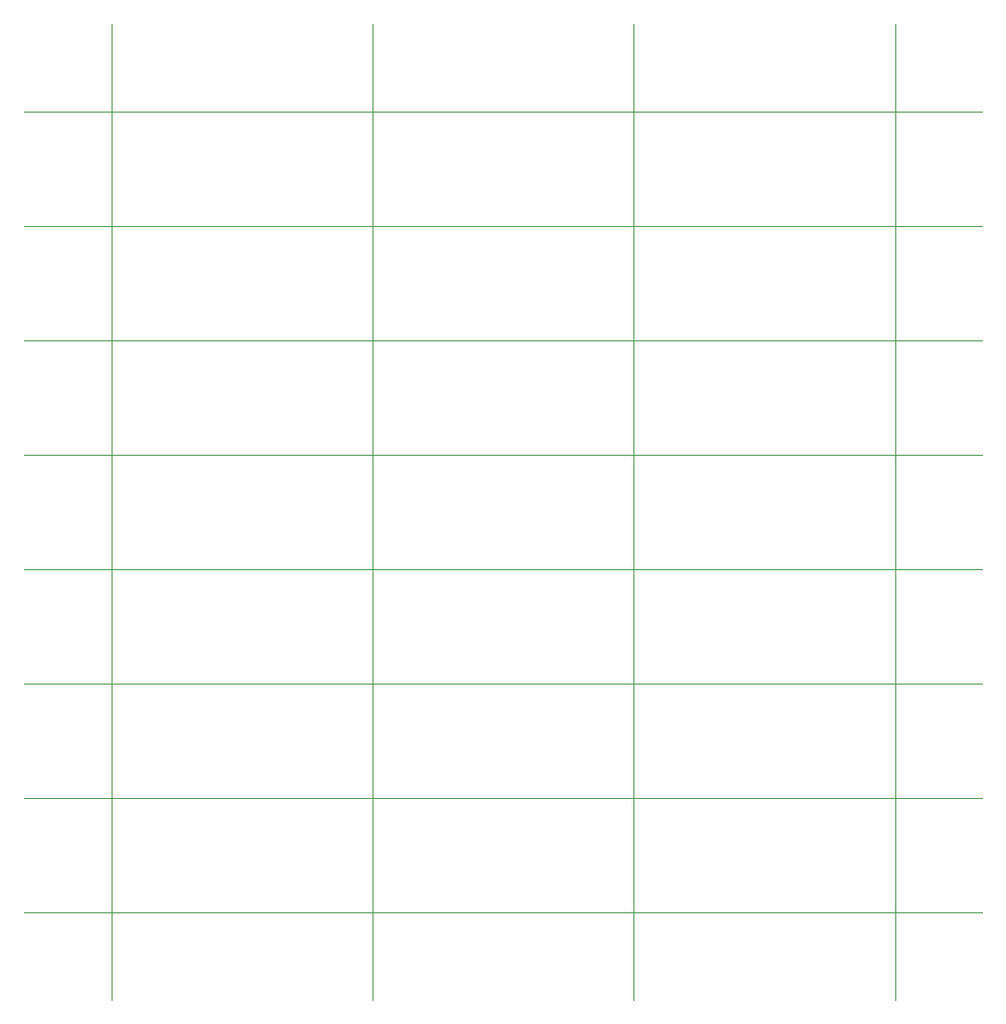
<source format=gbr>
G04 FreePCB MFC Application*
G04 Version: ÏëàòÔîðì 2.427*
G04 Author: niconson.com *
G04 WebSite: https://niconson.com/freepcb2 *
G04 Repositories: https://github.com/niconson *
G04 D:\Works\ÏëàòÔîðì íà ðóññêîì\Projects\Led\version-01\CAM(Driver-01)(11-20-2025)\Driver-01.VCUT.gbr*

G04 Objects of panelization *
G04 ñêðàéáèíã (V) layer *
G04 Scale: 100 percent, Rotated: No, Reflected: No *
%FSLAX26Y26*%
%MOIN*%
G04 ñêðàéáèíã (V) *
G04 Rounded Rectangle Macro, params: W/2, H/2, R *
%AMRNDREC*
21,1,$1+$1,$2+$2-$3-$3,0,0,0*
21,1,$1+$1-$3-$3,$2+$2,0,0,0*
1,1,$3+$3,$1-$3,$2-$3*
1,1,$3+$3,$3-$1,$2-$3*
1,1,$3+$3,$1-$3,$3-$2*
1,1,$3+$3,$3-$1,$3-$2*%
G04 Rectangular Thermal Macro, params: W/4, H/4, TW/4, TC/4 *
%AMRECTHERM*
21,1,$1+$1-$3-$3-$4-$4,$2+$2-$3-$3-$4-$4-$4-$4,0-$1-$3-$4,0-$2-$3,0*
21,1,$1+$1-$3-$3-$4-$4-$4-$4,$2+$2-$3-$3-$4-$4,0-$1-$3,0-$2-$3-$4,0*
1,1,$4+$4+$4+$4,0-$1-$1+$4+$4,0-$2-$2+$4+$4*
1,1,$4+$4+$4+$4,0-$1-$1+$4+$4,0-$3-$3-$4-$4*
1,1,$4+$4+$4+$4,0-$3-$3-$4-$4,0-$2-$2+$4+$4*
21,1,$1+$1-$3-$3-$4-$4,$2+$2-$3-$3-$4-$4-$4-$4,0-$1-$3-$4,$2+$3,0*
21,1,$1+$1-$3-$3-$4-$4-$4-$4,$2+$2-$3-$3-$4-$4,0-$1-$3,$2+$3+$4,0*
1,1,$4+$4+$4+$4,0-$1-$1+$4+$4,$2+$2-$4-$4*
1,1,$4+$4+$4+$4,0-$1-$1+$4+$4,$3+$3+$4+$4*
1,1,$4+$4+$4+$4,0-$3-$3-$4-$4,$2+$2-$4-$4*
21,1,$1+$1-$3-$3-$4-$4,$2+$2-$3-$3-$4-$4-$4-$4,$1+$3+$4,0-$2-$3,0*
21,1,$1+$1-$3-$3-$4-$4-$4-$4,$2+$2-$3-$3-$4-$4,$1+$3,0-$2-$3-$4,0*
1,1,$4+$4+$4+$4,$1+$1-$4-$4,0-$2-$2+$4+$4*
1,1,$4+$4+$4+$4,$1+$1-$4-$4,0-$3-$3-$4-$4*
1,1,$4+$4+$4+$4,$3+$3+$4+$4,0-$2-$2+$4+$4*
21,1,$1+$1-$3-$3-$4-$4,$2+$2-$3-$3-$4-$4-$4-$4,$1+$3+$4,$2+$3,0*
21,1,$1+$1-$3-$3-$4-$4-$4-$4,$2+$2-$3-$3-$4-$4,$1+$3,$2+$3+$4,0*
1,1,$4+$4+$4+$4,$1+$1-$4-$4,$2+$2-$4-$4*
1,1,$4+$4+$4+$4,$1+$1-$4-$4,$3+$3+$4+$4*
1,1,$4+$4+$4+$4,$3+$3+$4+$4,$2+$2-$4-$4*%
%AMRECTHERM_45*
21,1,$1+$1+$1+$1,$2+$2+$2+$2-$4-$4-$4-$4-$4-$4-$4-$4-$4-$4-$3-$3,0,0,0*
21,1,$1+$1+$1+$1-$4-$4-$4-$4-$4-$4-$4-$4-$4-$4-$3-$3,$2+$2+$2+$2,0,0,0*
1,1,$4+$4+$4+$4,$1+$1-$4-$4,$2+$2-$4-$4-$4-$4-$4-$3*
1,1,$4+$4+$4+$4,$1+$1-$4-$4,0-$2-$2+$4+$4+$4+$4+$4+$3*
1,1,$4+$4+$4+$4,$1+$1-$4-$4-$4-$4-$4-$3,$2+$2-$4-$4*
1,1,$4+$4+$4+$4,0-$1-$1+$4+$4+$4+$4+$4+$3,$2+$2-$4-$4*
1,1,$4+$4+$4+$4,0-$1-$1+$4+$4,$2+$2-$4-$4-$4-$4-$4-$3*
1,1,$4+$4+$4+$4,0-$1-$1+$4+$4,0-$2-$2+$4+$4+$4+$4+$4+$3*
1,1,$4+$4+$4+$4,$1+$1-$4-$4-$4-$4-$4-$3,0-$2-$2+$4+$4*
1,1,$4+$4+$4+$4,0-$1-$1+$4+$4+$4+$4+$4+$3,0-$2-$2+$4+$4*%
%ADD10C,0.000400*%
%ADD11C,0.010000*%
G01*
G04 begin color: clBlack*
%LPD*%

G04 Objects of panelization *
D10*
X-787401Y-206692D02*
X2677165Y-206692D01*
X-787401Y206692D02*
X2677165Y206692D01*
X-787401Y620078D02*
X2677165Y620078D01*
X-787401Y1033464D02*
X2677165Y1033464D01*
X-787401Y1446850D02*
X2677165Y1446850D01*
X-787401Y1860236D02*
X2677165Y1860236D01*
X-787401Y2273622D02*
X2677165Y2273622D01*
X-787401Y2687007D02*
X2677165Y2687007D01*
X-472440Y-521653D02*
X-472440Y3001968D01*
X472440Y-521653D02*
X472440Y3001968D01*
X1417322Y-521653D02*
X1417322Y3001968D01*
X2362204Y-521653D02*
X2362204Y3001968D01*
D11*

G04 Step and Repeat for panelization *
%SRX3Y7I0.944882J0.413386*%

G04 ----------------------- Draw board outline (positive)*

G04 -------------- Draw Parts, Pads, Traces, Vias and Text (positive)*

G04 Draw traces*

G04 Draw Text*
D11*

G04 EOF Step and Repeat for panelization *
%SR*%
M02*

</source>
